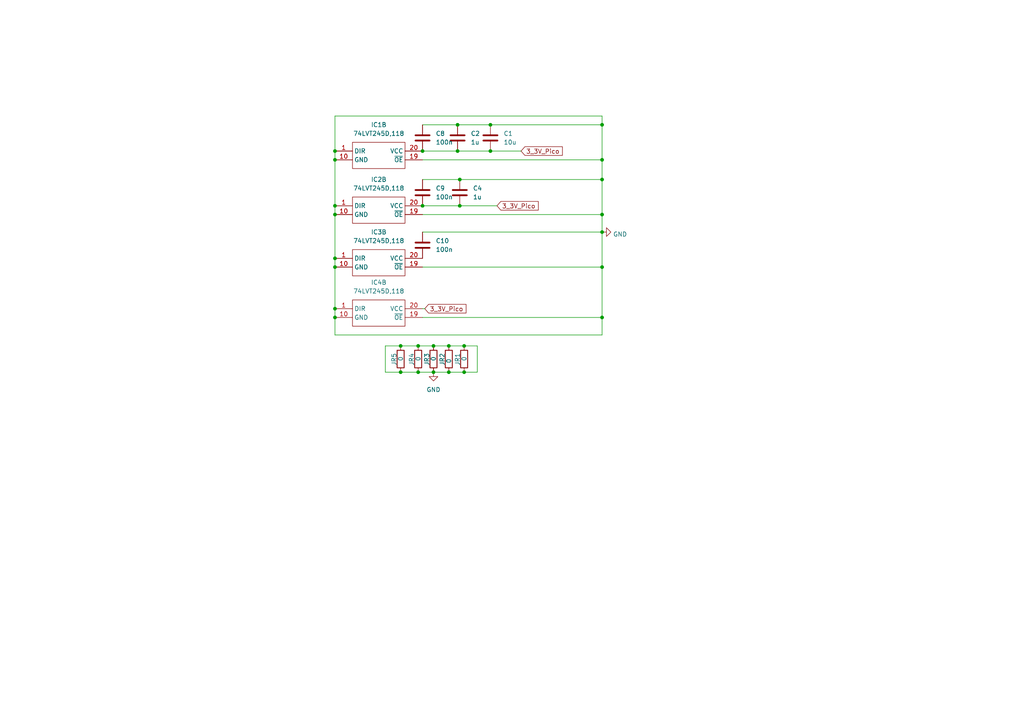
<source format=kicad_sch>
(kicad_sch (version 20230121) (generator eeschema)
  (paper "A4")
  (lib_symbols
    (symbol "74LVT245D_118:74LVT245D,118_(split)"
      (property "Reference" "IC" (at 0 2.54 0))
      (property "Value" "74LVT245D,118" (at 0 0 0))
      (symbol "74LVT245D,118_(split)_1_0"
        (pin input line (at 12.7 -21.59 180) (length 5.08) (name "B7") (number "11"))
        (pin input line (at 12.7 -19.05 180) (length 5.08) (name "B6") (number "12"))
        (pin input line (at 12.7 -16.51 180) (length 5.08) (name "B5") (number "13"))
        (pin input line (at 12.7 -13.97 180) (length 5.08) (name "B4") (number "14"))
        (pin input line (at 12.7 -11.43 180) (length 5.08) (name "B3") (number "15"))
        (pin input line (at 12.7 -8.89 180) (length 5.08) (name "B2") (number "16"))
        (pin input line (at 12.7 -6.35 180) (length 5.08) (name "B1") (number "17"))
        (pin input line (at 12.7 -3.81 180) (length 5.08) (name "B0") (number "18"))
        (pin output line (at -12.7 -3.81 0) (length 5.08) (name "A0") (number "2"))
        (pin output line (at -12.7 -6.35 0) (length 5.08) (name "A1") (number "3"))
        (pin output line (at -12.7 -8.89 0) (length 5.08) (name "A2") (number "4"))
        (pin output line (at -12.7 -11.43 0) (length 5.08) (name "A3") (number "5"))
        (pin output line (at -12.7 -13.97 0) (length 5.08) (name "A4") (number "6"))
        (pin output line (at -12.7 -16.51 0) (length 5.08) (name "A5") (number "7"))
        (pin output line (at -12.7 -19.05 0) (length 5.08) (name "A6") (number "8"))
        (pin output line (at -12.7 -21.59 0) (length 5.08) (name "A7") (number "9"))
      )
      (symbol "74LVT245D,118_(split)_1_1"
        (rectangle (start -7.62 -1.27) (end 7.62 -24.13))
      )
      (symbol "74LVT245D,118_(split)_2_0"
        (pin power_in line (at -12.7 -3.81 0) (length 5.08) (name "DIR") (number "1"))
        (pin power_in line (at -12.7 -6.35 0) (length 5.08) (name "GND") (number "10"))
        (pin power_in line (at 12.7 -6.35 180) (length 5.08) (name "~{OE}") (number "19"))
        (pin power_in line (at 12.7 -3.81 180) (length 5.08) (name "VCC") (number "20"))
      )
      (symbol "74LVT245D,118_(split)_2_1"
        (rectangle (start -7.62 -1.27) (end 7.62 -8.89))
      )
    )
    (symbol "Device:C" (pin_numbers hide) (pin_names (offset 0.254))
      (property "Reference" "C" (at 0.635 2.54 0))
      (property "Value" "C" (at 0.635 -2.54 0))
      (symbol "C_0_1"
        (polyline (pts (xy -2.032 -0.762) (xy 2.032 -0.762)) (stroke (width 0.508)))
        (polyline (pts (xy -2.032 0.762) (xy 2.032 0.762)) (stroke (width 0.508)))
      )
      (symbol "C_1_1"
        (pin passive line (at 0 3.81 270) (length 2.794) (name "~") (number "1"))
        (pin passive line (at 0 -3.81 90) (length 2.794) (name "~") (number "2"))
      )
    )
    (symbol "Device:R" (pin_numbers hide) (pin_names (offset 0))
      (property "Reference" "R" (at 2.032 0 90))
      (property "Value" "R" (at 0 0 90))
      (symbol "R_0_1"
        (rectangle (start -1.016 -2.54) (end 1.016 2.54) (stroke (width 0.254)))
      )
      (symbol "R_1_1"
        (pin passive line (at 0 3.81 270) (length 1.27) (name "~") (number "1"))
        (pin passive line (at 0 -3.81 90) (length 1.27) (name "~") (number "2"))
      )
    )
    (symbol "power:GND" (power) (pin_names (offset 0))
      (property "Value" "GND" (at 0 -3.81 0))
      (symbol "GND_0_1"
        (polyline (pts (xy 0 0) (xy 0 -1.27) (xy 1.27 -1.27) (xy 0 -2.54) (xy -1.27 -1.27) (xy 0 -1.27)))
      )
      (symbol "GND_1_1"
        (pin power_in line (at 0 0 270) (length 0) hide (name "GND") (number "1"))
      )
    )
  )
  (junction (at 174.625 36.195))
  (junction (at 174.625 52.07))
  (junction (at 142.24 43.815))
  (junction (at 122.555 59.69))
  (junction (at 125.73 107.95))
  (junction (at 133.35 59.69))
  (junction (at 142.24 36.195))
  (junction (at 97.155 46.355))
  (junction (at 121.285 107.95))
  (junction (at 121.285 100.33))
  (junction (at 174.625 62.23))
  (junction (at 132.715 43.815))
  (junction (at 97.155 74.93))
  (junction (at 133.35 52.07))
  (junction (at 130.175 107.95))
  (junction (at 174.625 67.31))
  (junction (at 174.625 92.075))
  (junction (at 97.155 43.815))
  (junction (at 97.155 92.075))
  (junction (at 97.155 62.23))
  (junction (at 116.205 100.33))
  (junction (at 174.625 46.355))
  (junction (at 116.205 107.95))
  (junction (at 97.155 59.69))
  (junction (at 130.175 100.33))
  (junction (at 97.155 77.47))
  (junction (at 134.62 100.33))
  (junction (at 174.625 77.47))
  (junction (at 125.73 100.33))
  (junction (at 134.62 107.95))
  (junction (at 132.715 36.195))
  (junction (at 122.555 43.815))
  (junction (at 97.155 89.535))
  (wire (pts (xy 97.155 97.155) (xy 97.155 92.075)))
  (wire (pts (xy 97.155 62.23) (xy 97.155 74.93)))
  (wire (pts (xy 174.625 62.23) (xy 174.625 67.31)))
  (wire (pts (xy 122.555 43.815) (xy 132.715 43.815)))
  (wire (pts (xy 122.555 52.07) (xy 133.35 52.07)))
  (wire (pts (xy 97.155 33.655) (xy 97.155 43.815)))
  (wire (pts (xy 97.155 89.535) (xy 97.155 92.075)))
  (wire (pts (xy 130.175 100.33) (xy 134.62 100.33)))
  (wire (pts (xy 97.155 74.93) (xy 97.155 77.47)))
  (wire (pts (xy 142.24 36.195) (xy 174.625 36.195)))
  (wire (pts (xy 132.715 43.815) (xy 142.24 43.815)))
  (wire (pts (xy 174.625 46.355) (xy 174.625 36.195)))
  (wire (pts (xy 174.625 62.23) (xy 174.625 52.07)))
  (wire (pts (xy 97.155 59.69) (xy 97.155 62.23)))
  (wire (pts (xy 116.205 107.95) (xy 111.76 107.95)))
  (wire (pts (xy 130.175 107.95) (xy 125.73 107.95)))
  (wire (pts (xy 134.62 100.33) (xy 138.43 100.33)))
  (wire (pts (xy 174.625 77.47) (xy 174.625 92.075)))
  (wire (pts (xy 132.715 36.195) (xy 142.24 36.195)))
  (wire (pts (xy 174.625 92.075) (xy 174.625 97.155)))
  (wire (pts (xy 133.35 59.69) (xy 144.145 59.69)))
  (wire (pts (xy 97.155 43.815) (xy 97.155 46.355)))
  (wire (pts (xy 116.205 100.33) (xy 121.285 100.33)))
  (wire (pts (xy 122.555 77.47) (xy 174.625 77.47)))
  (wire (pts (xy 121.285 100.33) (xy 125.73 100.33)))
  (wire (pts (xy 122.555 62.23) (xy 174.625 62.23)))
  (wire (pts (xy 122.555 89.535) (xy 123.19 89.535)))
  (wire (pts (xy 122.555 36.195) (xy 132.715 36.195)))
  (wire (pts (xy 174.625 36.195) (xy 174.625 33.655)))
  (wire (pts (xy 97.155 33.655) (xy 174.625 33.655)))
  (wire (pts (xy 142.24 43.815) (xy 151.13 43.815)))
  (wire (pts (xy 174.625 52.07) (xy 174.625 46.355)))
  (wire (pts (xy 122.555 67.31) (xy 174.625 67.31)))
  (wire (pts (xy 122.555 59.69) (xy 133.35 59.69)))
  (wire (pts (xy 122.555 92.075) (xy 174.625 92.075)))
  (wire (pts (xy 97.155 46.355) (xy 97.155 59.69)))
  (wire (pts (xy 125.73 107.95) (xy 121.285 107.95)))
  (wire (pts (xy 138.43 100.33) (xy 138.43 107.95)))
  (wire (pts (xy 97.155 97.155) (xy 174.625 97.155)))
  (wire (pts (xy 121.285 107.95) (xy 116.205 107.95)))
  (wire (pts (xy 133.35 52.07) (xy 174.625 52.07)))
  (wire (pts (xy 97.155 77.47) (xy 97.155 89.535)))
  (wire (pts (xy 111.76 100.33) (xy 116.205 100.33)))
  (wire (pts (xy 125.73 100.33) (xy 130.175 100.33)))
  (wire (pts (xy 174.625 67.31) (xy 174.625 77.47)))
  (wire (pts (xy 134.62 107.95) (xy 130.175 107.95)))
  (wire (pts (xy 111.76 107.95) (xy 111.76 100.33)))
  (wire (pts (xy 138.43 107.95) (xy 134.62 107.95)))
  (wire (pts (xy 122.555 46.355) (xy 174.625 46.355)))
  (global_label "3_3V_Pico" (shape input) (at 144.145 59.69 0) (property "Intersheetrefs" "${INTERSHEET_REFS}" (effects hide)))
  (global_label "3_3V_Pico" (shape input) (at 123.19 89.535 0) (property "Intersheetrefs" "${INTERSHEET_REFS}" (effects hide)))
  (global_label "3_3V_Pico" (shape input) (at 151.13 43.815 0) (property "Intersheetrefs" "${INTERSHEET_REFS}" (effects hide)))
  (symbol (lib_id "power:GND") (at 174.625 67.31 90) (unit 1)
    (property "Reference" "#PWR055" (effects hide))
    (property "Value" "GND" (at 177.8 67.945 90) (effects (justify right)))
    (instances (project "PrawnDO_Breakout_Connectorized_sma_in_board" (path "" (reference "#PWR055") (unit 1)) (path "" (reference "#PWR01") (unit 1))))
  )
  (symbol (lib_id "74LVT245D_118:74LVT245D,118_(split)") (at 109.855 40.005 0) (unit 2)
    (property "Reference" "IC1" (at 109.855 36.195 0))
    (property "Value" "74LVT245D,118" (at 109.855 38.735 0))
    (property "Footprint" "ICs:SOIC127P1032X265-20N" (effects hide))
    (property "Datasheet" "https://assets.nexperia.com/documents/data-sheet/74LVT245.pdf" (effects hide))
    (property "Description" "74LVT245 - 3.3 V octal transceiver with direction pin (3-state)@en-us" (effects hide))
  )
  (symbol (lib_id "Device:R") (at 116.205 104.14 0) (unit 1)
    (property "Reference" "JR5" (at 114.3 106.045 90) (effects (justify left)))
    (property "Value" "0" (at 116.205 104.775 90) (effects (justify left)))
    (property "Footprint" "Resistor_SMD:R_2010_5025Metric_Pad1.40x2.65mm_HandSolder" (effects hide))
    (instances (project "PrawnDO_Breakout_Connectorized_sma_in_board" (path "" (reference "JR5") (unit 1)) (path "" (reference "JR1") (unit 1))))
  )
  (symbol (lib_id "Device:C") (at 122.555 71.12 0) (unit 1)
    (property "Reference" "C10" (at 126.365 69.85 0) (effects (justify left)))
    (property "Value" "100n" (at 126.365 72.39 0) (effects (justify left)))
    (property "Footprint" "Capacitor_SMD:C_0805_2012Metric_Pad1.18x1.45mm_HandSolder" (effects hide))
    (instances (project "PrawnDO_Breakout_Connectorized_sma_in_board" (path "" (reference "C10") (unit 1)) (path "" (reference "C9") (unit 1))))
  )
  (symbol (lib_id "Device:R") (at 125.73 104.14 0) (unit 1)
    (property "Reference" "JR3" (at 123.825 106.045 90) (effects (justify left)))
    (property "Value" "0" (at 125.73 104.775 90) (effects (justify left)))
    (property "Footprint" "Resistor_SMD:R_2010_5025Metric_Pad1.40x2.65mm_HandSolder" (effects hide))
  )
  (symbol (lib_id "Device:C") (at 132.715 40.005 0) (unit 1)
    (property "Reference" "C2" (at 136.525 38.735 0) (effects (justify left)))
    (property "Value" "1u" (at 136.525 41.275 0) (effects (justify left)))
    (property "Footprint" "Capacitor_SMD:C_0805_2012Metric_Pad1.18x1.45mm_HandSolder" (effects hide))
  )
  (symbol (lib_id "Device:C") (at 122.555 55.88 0) (unit 1)
    (property "Reference" "C9" (at 126.365 54.61 0) (effects (justify left)))
    (property "Value" "100n" (at 126.365 57.15 0) (effects (justify left)))
    (property "Footprint" "Capacitor_SMD:C_0805_2012Metric_Pad1.18x1.45mm_HandSolder" (effects hide))
    (instances (project "PrawnDO_Breakout_Connectorized_sma_in_board" (path "" (reference "C9") (unit 1)) (path "" (reference "C4") (unit 1))))
  )
  (symbol (lib_id "74LVT245D_118:74LVT245D,118_(split)") (at 109.855 55.88 0) (unit 2)
    (property "Reference" "IC2" (at 109.855 52.07 0))
    (property "Value" "74LVT245D,118" (at 109.855 54.61 0))
    (property "Footprint" "ICs:SOIC127P1032X265-20N" (effects hide))
    (property "Datasheet" "https://assets.nexperia.com/documents/data-sheet/74LVT245.pdf" (effects hide))
    (property "Description" "74LVT245 - 3.3 V octal transceiver with direction pin (3-state)@en-us" (effects hide))
  )
  (symbol (lib_id "74LVT245D_118:74LVT245D,118_(split)") (at 109.855 85.725 0) (unit 2)
    (property "Reference" "IC4" (at 109.855 81.915 0))
    (property "Value" "74LVT245D,118" (at 109.855 84.455 0))
    (property "Footprint" "ICs:SOIC127P1032X265-20N" (effects hide))
    (property "Datasheet" "https://assets.nexperia.com/documents/data-sheet/74LVT245.pdf" (effects hide))
    (property "Description" "74LVT245 - 3.3 V octal transceiver with direction pin (3-state)@en-us" (effects hide))
  )
  (symbol (lib_id "Device:R") (at 121.285 104.14 0) (unit 1)
    (property "Reference" "JR4" (at 119.38 106.045 90) (effects (justify left)))
    (property "Value" "0" (at 121.285 104.775 90) (effects (justify left)))
    (property "Footprint" "Resistor_SMD:R_2010_5025Metric_Pad1.40x2.65mm_HandSolder" (effects hide))
    (instances (project "PrawnDO_Breakout_Connectorized_sma_in_board" (path "" (reference "JR4") (unit 1)) (path "" (reference "JR2") (unit 1))))
  )
  (symbol (lib_id "Device:C") (at 142.24 40.005 0) (unit 1)
    (property "Reference" "C1" (at 146.05 38.735 0) (effects (justify left)))
    (property "Value" "10u" (at 146.05 41.275 0) (effects (justify left)))
    (property "Footprint" "Capacitor_SMD:C_0805_2012Metric_Pad1.18x1.45mm_HandSolder" (effects hide))
    (instances (project "PrawnDO_Breakout_Connectorized_sma_in_board" (path "" (reference "C1") (unit 1)) (path "" (reference "C3") (unit 1))))
  )
  (symbol (lib_id "Device:R") (at 134.62 104.14 0) (unit 1)
    (property "Reference" "JR1" (at 132.715 106.045 90) (effects (justify left)))
    (property "Value" "0" (at 134.62 104.775 90) (effects (justify left)))
    (property "Footprint" "Resistor_SMD:R_2010_5025Metric_Pad1.40x2.65mm_HandSolder" (effects hide))
    (instances (project "PrawnDO_Breakout_Connectorized_sma_in_board" (path "" (reference "JR1") (unit 1)) (path "" (reference "JR5") (unit 1))))
  )
  (symbol (lib_id "power:GND") (at 125.73 107.95 0) (unit 1)
    (property "Reference" "#PWR042" (effects hide))
    (property "Value" "GND" (at 125.73 113.03 0))
    (instances (project "PrawnDO_Breakout_Connectorized_sma_in_board" (path "" (reference "#PWR042") (unit 1)) (path "" (reference "#PWR035") (unit 1))))
  )
  (symbol (lib_id "Device:C") (at 133.35 55.88 0) (unit 1)
    (property "Reference" "C4" (at 137.16 54.61 0) (effects (justify left)))
    (property "Value" "1u" (at 137.16 57.15 0) (effects (justify left)))
    (property "Footprint" "Capacitor_SMD:C_0805_2012Metric_Pad1.18x1.45mm_HandSolder" (effects hide))
    (instances (project "PrawnDO_Breakout_Connectorized_sma_in_board" (path "" (reference "C4") (unit 1)) (path "" (reference "C8") (unit 1))))
  )
  (symbol (lib_id "Device:C") (at 122.555 40.005 0) (unit 1)
    (property "Reference" "C8" (at 126.365 38.735 0) (effects (justify left)))
    (property "Value" "100n" (at 126.365 41.275 0) (effects (justify left)))
    (property "Footprint" "Capacitor_SMD:C_0805_2012Metric_Pad1.18x1.45mm_HandSolder" (effects hide))
    (instances (project "PrawnDO_Breakout_Connectorized_sma_in_board" (path "" (reference "C8") (unit 1)) (path "" (reference "C1") (unit 1))))
  )
  (symbol (lib_id "74LVT245D_118:74LVT245D,118_(split)") (at 109.855 71.12 0) (unit 2)
    (property "Reference" "IC3" (at 109.855 67.31 0))
    (property "Value" "74LVT245D,118" (at 109.855 69.85 0))
    (property "Footprint" "ICs:SOIC127P1032X265-20N" (effects hide))
    (property "Datasheet" "https://assets.nexperia.com/documents/data-sheet/74LVT245.pdf" (effects hide))
    (property "Description" "74LVT245 - 3.3 V octal transceiver with direction pin (3-state)@en-us" (effects hide))
  )
  (symbol (lib_id "Device:R") (at 130.175 104.14 0) (unit 1)
    (property "Reference" "JR2" (at 128.27 106.045 90) (effects (justify left)))
    (property "Value" "0" (at 130.175 105.41 90) (effects (justify left)))
    (property "Footprint" "Resistor_SMD:R_2010_5025Metric_Pad1.40x2.65mm_HandSolder" (effects hide))
    (instances (project "PrawnDO_Breakout_Connectorized_sma_in_board" (path "" (reference "JR2") (unit 1)) (path "" (reference "JR4") (unit 1))))
  )
)
</source>
